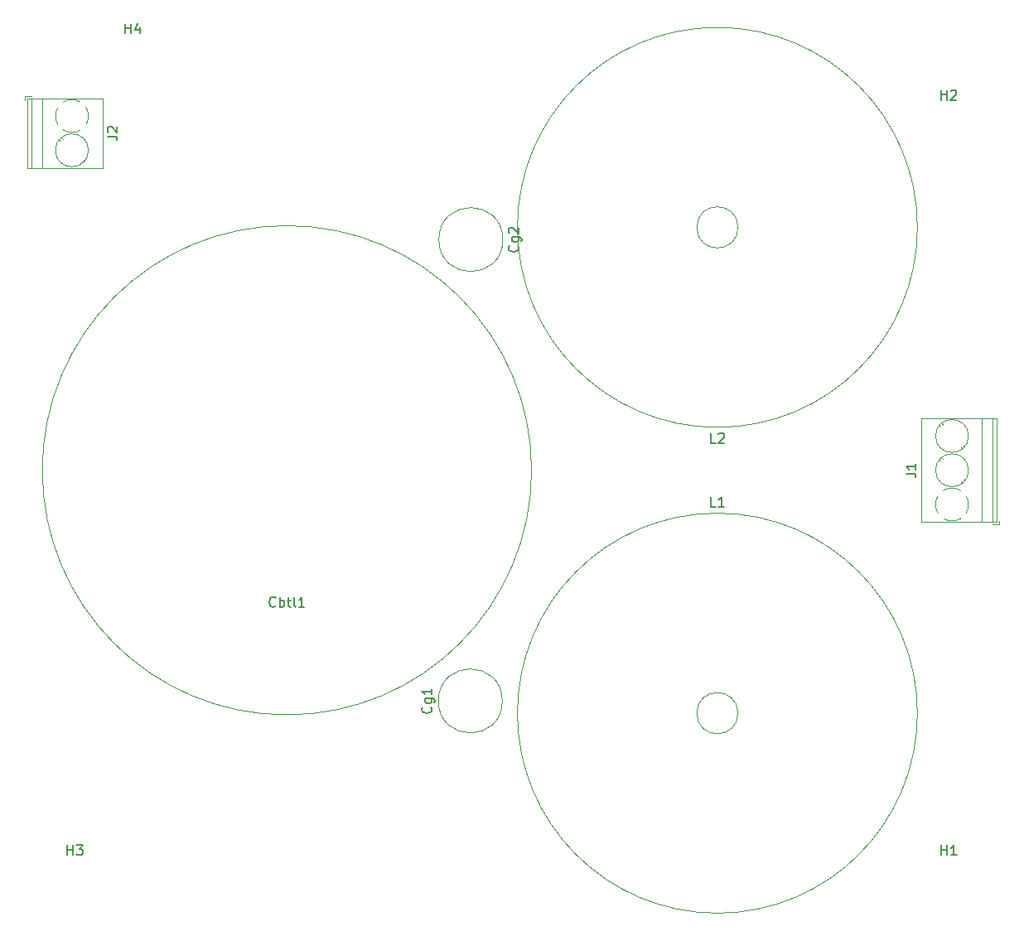
<source format=gto>
G04 #@! TF.GenerationSoftware,KiCad,Pcbnew,(5.1.10-1-10_14)*
G04 #@! TF.CreationDate,2021-09-10T00:01:11+12:00*
G04 #@! TF.ProjectId,filter,66696c74-6572-42e6-9b69-6361645f7063,rev?*
G04 #@! TF.SameCoordinates,Original*
G04 #@! TF.FileFunction,Legend,Top*
G04 #@! TF.FilePolarity,Positive*
%FSLAX46Y46*%
G04 Gerber Fmt 4.6, Leading zero omitted, Abs format (unit mm)*
G04 Created by KiCad (PCBNEW (5.1.10-1-10_14)) date 2021-09-10 00:01:11*
%MOMM*%
%LPD*%
G01*
G04 APERTURE LIST*
%ADD10C,0.120000*%
%ADD11C,0.150000*%
%ADD12C,4.300000*%
%ADD13C,5.000000*%
%ADD14C,3.500000*%
%ADD15C,1.600000*%
%ADD16C,2.400000*%
%ADD17R,2.400000X2.400000*%
%ADD18C,4.400000*%
G04 APERTURE END LIST*
D10*
X153574800Y-102933500D02*
G75*
G03*
X153574800Y-102933500I-25000000J0D01*
G01*
X150590000Y-126512000D02*
G75*
G03*
X150590000Y-126512000I-3270000J0D01*
G01*
X150640800Y-79355000D02*
G75*
G03*
X150640800Y-79355000I-3270000J0D01*
G01*
X104923701Y-66754474D02*
G75*
G02*
X105163800Y-65859800I1680099J28674D01*
G01*
X105713906Y-65300442D02*
G75*
G02*
X107469800Y-65285800I889894J-1425358D01*
G01*
X108029158Y-65835906D02*
G75*
G02*
X108043800Y-67591800I-1425358J-889894D01*
G01*
X107493993Y-68151305D02*
G75*
G02*
X105712800Y-68150800I-890193J1425505D01*
G01*
X105179079Y-67616064D02*
G75*
G02*
X104923800Y-66725800I1424721J890264D01*
G01*
X108283800Y-70225800D02*
G75*
G03*
X108283800Y-70225800I-1680000J0D01*
G01*
X102503800Y-64915800D02*
X102503800Y-72035800D01*
X103603800Y-64915800D02*
X103603800Y-72035800D01*
X109763800Y-64915800D02*
X109763800Y-72035800D01*
X102043800Y-64915800D02*
X102043800Y-72035800D01*
X109763800Y-64915800D02*
X102043800Y-64915800D01*
X109763800Y-72035800D02*
X102043800Y-72035800D01*
X107672800Y-71500800D02*
X107544800Y-71371800D01*
X105422800Y-69250800D02*
X105329800Y-69156800D01*
X107878800Y-71295800D02*
X107784800Y-71201800D01*
X105662800Y-69080800D02*
X105534800Y-68951800D01*
X102443800Y-64675800D02*
X101803800Y-64675800D01*
X101803800Y-64675800D02*
X101803800Y-65075800D01*
X174672600Y-127762000D02*
G75*
G03*
X174672600Y-127762000I-2105000J0D01*
G01*
X193007600Y-127762000D02*
G75*
G03*
X193007600Y-127762000I-20440000J0D01*
G01*
X193007600Y-78105000D02*
G75*
G03*
X193007600Y-78105000I-20440000J0D01*
G01*
X174672600Y-78105000D02*
G75*
G03*
X174672600Y-78105000I-2105000J0D01*
G01*
X201345200Y-108483500D02*
X201345200Y-108083500D01*
X200705200Y-108483500D02*
X201345200Y-108483500D01*
X197486200Y-100578500D02*
X197614200Y-100707500D01*
X195270200Y-98363500D02*
X195364200Y-98457500D01*
X197726200Y-100408500D02*
X197819200Y-100502500D01*
X195476200Y-98158500D02*
X195604200Y-98287500D01*
X197486200Y-104078500D02*
X197614200Y-104207500D01*
X195270200Y-101863500D02*
X195364200Y-101957500D01*
X197726200Y-103908500D02*
X197819200Y-104002500D01*
X195476200Y-101658500D02*
X195604200Y-101787500D01*
X193385200Y-97623500D02*
X201105200Y-97623500D01*
X193385200Y-108243500D02*
X201105200Y-108243500D01*
X201105200Y-108243500D02*
X201105200Y-97623500D01*
X193385200Y-108243500D02*
X193385200Y-97623500D01*
X199545200Y-108243500D02*
X199545200Y-97623500D01*
X200645200Y-108243500D02*
X200645200Y-97623500D01*
X198225200Y-99433500D02*
G75*
G03*
X198225200Y-99433500I-1680000J0D01*
G01*
X198225200Y-102933500D02*
G75*
G03*
X198225200Y-102933500I-1680000J0D01*
G01*
X197969921Y-105543236D02*
G75*
G02*
X198225200Y-106433500I-1424721J-890264D01*
G01*
X195655007Y-105007995D02*
G75*
G02*
X197436200Y-105008500I890193J-1425505D01*
G01*
X195119842Y-107323394D02*
G75*
G02*
X195105200Y-105567500I1425358J889894D01*
G01*
X197435094Y-107858858D02*
G75*
G02*
X195679200Y-107873500I-889894J1425358D01*
G01*
X198225299Y-106404826D02*
G75*
G02*
X197985200Y-107299500I-1680099J-28674D01*
G01*
D11*
X195435095Y-142248580D02*
X195435095Y-141248580D01*
X195435095Y-141724771D02*
X196006523Y-141724771D01*
X196006523Y-142248580D02*
X196006523Y-141248580D01*
X197006523Y-142248580D02*
X196435095Y-142248580D01*
X196720809Y-142248580D02*
X196720809Y-141248580D01*
X196625571Y-141391438D01*
X196530333Y-141486676D01*
X196435095Y-141534295D01*
X195427695Y-65069980D02*
X195427695Y-64069980D01*
X195427695Y-64546171D02*
X195999123Y-64546171D01*
X195999123Y-65069980D02*
X195999123Y-64069980D01*
X196427695Y-64165219D02*
X196475314Y-64117600D01*
X196570552Y-64069980D01*
X196808647Y-64069980D01*
X196903885Y-64117600D01*
X196951504Y-64165219D01*
X196999123Y-64260457D01*
X196999123Y-64355695D01*
X196951504Y-64498552D01*
X196380076Y-65069980D01*
X196999123Y-65069980D01*
X106128695Y-142248580D02*
X106128695Y-141248580D01*
X106128695Y-141724771D02*
X106700123Y-141724771D01*
X106700123Y-142248580D02*
X106700123Y-141248580D01*
X107081076Y-141248580D02*
X107700123Y-141248580D01*
X107366790Y-141629533D01*
X107509647Y-141629533D01*
X107604885Y-141677152D01*
X107652504Y-141724771D01*
X107700123Y-141820009D01*
X107700123Y-142058104D01*
X107652504Y-142153342D01*
X107604885Y-142200961D01*
X107509647Y-142248580D01*
X107223933Y-142248580D01*
X107128695Y-142200961D01*
X107081076Y-142153342D01*
X112064895Y-58288180D02*
X112064895Y-57288180D01*
X112064895Y-57764371D02*
X112636323Y-57764371D01*
X112636323Y-58288180D02*
X112636323Y-57288180D01*
X113541085Y-57621514D02*
X113541085Y-58288180D01*
X113302990Y-57240561D02*
X113064895Y-57954847D01*
X113683942Y-57954847D01*
X127408133Y-116790642D02*
X127360514Y-116838261D01*
X127217657Y-116885880D01*
X127122419Y-116885880D01*
X126979561Y-116838261D01*
X126884323Y-116743023D01*
X126836704Y-116647785D01*
X126789085Y-116457309D01*
X126789085Y-116314452D01*
X126836704Y-116123976D01*
X126884323Y-116028738D01*
X126979561Y-115933500D01*
X127122419Y-115885880D01*
X127217657Y-115885880D01*
X127360514Y-115933500D01*
X127408133Y-115981119D01*
X127836704Y-116885880D02*
X127836704Y-115885880D01*
X127836704Y-116266833D02*
X127931942Y-116219214D01*
X128122419Y-116219214D01*
X128217657Y-116266833D01*
X128265276Y-116314452D01*
X128312895Y-116409690D01*
X128312895Y-116695404D01*
X128265276Y-116790642D01*
X128217657Y-116838261D01*
X128122419Y-116885880D01*
X127931942Y-116885880D01*
X127836704Y-116838261D01*
X128598609Y-116219214D02*
X128979561Y-116219214D01*
X128741466Y-115885880D02*
X128741466Y-116743023D01*
X128789085Y-116838261D01*
X128884323Y-116885880D01*
X128979561Y-116885880D01*
X129455752Y-116885880D02*
X129360514Y-116838261D01*
X129312895Y-116743023D01*
X129312895Y-115885880D01*
X130360514Y-116885880D02*
X129789085Y-116885880D01*
X130074800Y-116885880D02*
X130074800Y-115885880D01*
X129979561Y-116028738D01*
X129884323Y-116123976D01*
X129789085Y-116171595D01*
X143277142Y-127131047D02*
X143324761Y-127178666D01*
X143372380Y-127321523D01*
X143372380Y-127416761D01*
X143324761Y-127559619D01*
X143229523Y-127654857D01*
X143134285Y-127702476D01*
X142943809Y-127750095D01*
X142800952Y-127750095D01*
X142610476Y-127702476D01*
X142515238Y-127654857D01*
X142420000Y-127559619D01*
X142372380Y-127416761D01*
X142372380Y-127321523D01*
X142420000Y-127178666D01*
X142467619Y-127131047D01*
X142705714Y-126273904D02*
X143515238Y-126273904D01*
X143610476Y-126321523D01*
X143658095Y-126369142D01*
X143705714Y-126464380D01*
X143705714Y-126607238D01*
X143658095Y-126702476D01*
X143324761Y-126273904D02*
X143372380Y-126369142D01*
X143372380Y-126559619D01*
X143324761Y-126654857D01*
X143277142Y-126702476D01*
X143181904Y-126750095D01*
X142896190Y-126750095D01*
X142800952Y-126702476D01*
X142753333Y-126654857D01*
X142705714Y-126559619D01*
X142705714Y-126369142D01*
X142753333Y-126273904D01*
X143372380Y-125273904D02*
X143372380Y-125845333D01*
X143372380Y-125559619D02*
X142372380Y-125559619D01*
X142515238Y-125654857D01*
X142610476Y-125750095D01*
X142658095Y-125845333D01*
X152127942Y-79974047D02*
X152175561Y-80021666D01*
X152223180Y-80164523D01*
X152223180Y-80259761D01*
X152175561Y-80402619D01*
X152080323Y-80497857D01*
X151985085Y-80545476D01*
X151794609Y-80593095D01*
X151651752Y-80593095D01*
X151461276Y-80545476D01*
X151366038Y-80497857D01*
X151270800Y-80402619D01*
X151223180Y-80259761D01*
X151223180Y-80164523D01*
X151270800Y-80021666D01*
X151318419Y-79974047D01*
X151556514Y-79116904D02*
X152366038Y-79116904D01*
X152461276Y-79164523D01*
X152508895Y-79212142D01*
X152556514Y-79307380D01*
X152556514Y-79450238D01*
X152508895Y-79545476D01*
X152175561Y-79116904D02*
X152223180Y-79212142D01*
X152223180Y-79402619D01*
X152175561Y-79497857D01*
X152127942Y-79545476D01*
X152032704Y-79593095D01*
X151746990Y-79593095D01*
X151651752Y-79545476D01*
X151604133Y-79497857D01*
X151556514Y-79402619D01*
X151556514Y-79212142D01*
X151604133Y-79116904D01*
X151318419Y-78688333D02*
X151270800Y-78640714D01*
X151223180Y-78545476D01*
X151223180Y-78307380D01*
X151270800Y-78212142D01*
X151318419Y-78164523D01*
X151413657Y-78116904D01*
X151508895Y-78116904D01*
X151651752Y-78164523D01*
X152223180Y-78735952D01*
X152223180Y-78116904D01*
X110216180Y-68809133D02*
X110930466Y-68809133D01*
X111073323Y-68856752D01*
X111168561Y-68951990D01*
X111216180Y-69094847D01*
X111216180Y-69190085D01*
X110311419Y-68380561D02*
X110263800Y-68332942D01*
X110216180Y-68237704D01*
X110216180Y-67999609D01*
X110263800Y-67904371D01*
X110311419Y-67856752D01*
X110406657Y-67809133D01*
X110501895Y-67809133D01*
X110644752Y-67856752D01*
X111216180Y-68428180D01*
X111216180Y-67809133D01*
X172400933Y-106644380D02*
X171924742Y-106644380D01*
X171924742Y-105644380D01*
X173258076Y-106644380D02*
X172686647Y-106644380D01*
X172972361Y-106644380D02*
X172972361Y-105644380D01*
X172877123Y-105787238D01*
X172781885Y-105882476D01*
X172686647Y-105930095D01*
X172400933Y-100127380D02*
X171924742Y-100127380D01*
X171924742Y-99127380D01*
X172686647Y-99222619D02*
X172734266Y-99175000D01*
X172829504Y-99127380D01*
X173067600Y-99127380D01*
X173162838Y-99175000D01*
X173210457Y-99222619D01*
X173258076Y-99317857D01*
X173258076Y-99413095D01*
X173210457Y-99555952D01*
X172639028Y-100127380D01*
X173258076Y-100127380D01*
X191837580Y-103266833D02*
X192551866Y-103266833D01*
X192694723Y-103314452D01*
X192789961Y-103409690D01*
X192837580Y-103552547D01*
X192837580Y-103647785D01*
X192837580Y-102266833D02*
X192837580Y-102838261D01*
X192837580Y-102552547D02*
X191837580Y-102552547D01*
X191980438Y-102647785D01*
X192075676Y-102743023D01*
X192123295Y-102838261D01*
%LPC*%
D12*
X196197000Y-147096200D03*
X196197000Y-57739000D03*
X106890600Y-147096200D03*
X106890600Y-57739000D03*
D13*
X128574800Y-102933500D03*
D14*
X136574800Y-84183500D03*
X120574800Y-84183500D03*
X120574800Y-121683500D03*
X136574800Y-121683500D03*
D15*
X147320000Y-125262000D03*
X147320000Y-127762000D03*
X147370800Y-78105000D03*
X147370800Y-80605000D03*
D16*
X106603800Y-70225800D03*
D17*
X106603800Y-66725800D03*
D18*
X158597600Y-127762000D03*
X186537600Y-127762000D03*
X158597600Y-78105000D03*
X186537600Y-78105000D03*
D17*
X196545200Y-106433500D03*
D16*
X196545200Y-102933500D03*
X196545200Y-99433500D03*
M02*

</source>
